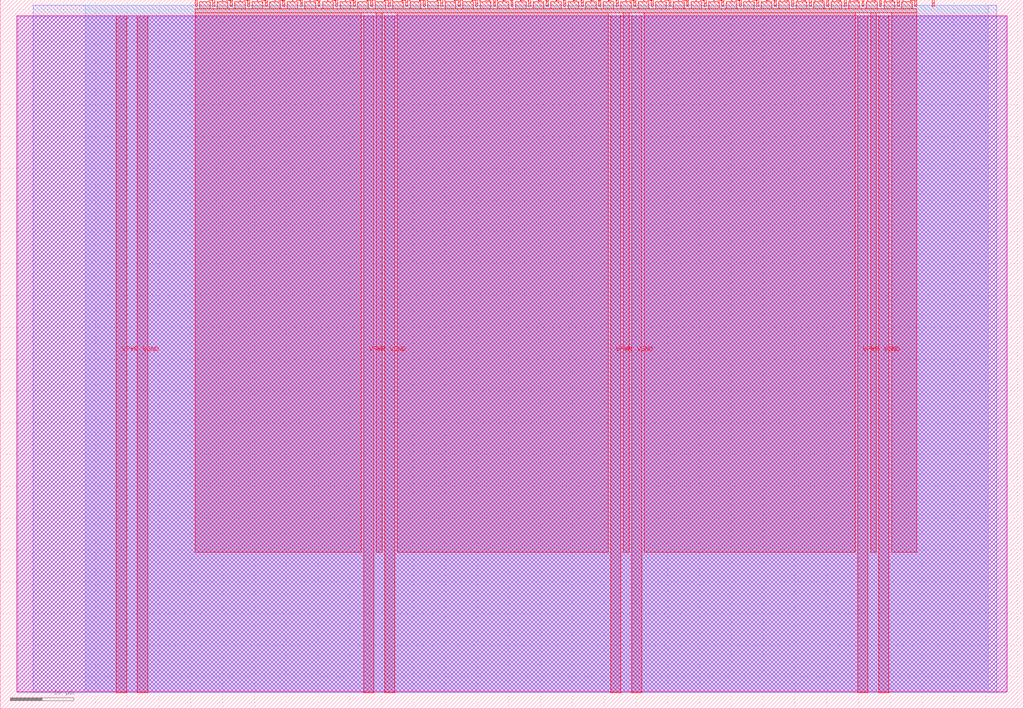
<source format=lef>
VERSION 5.7 ;
  NOWIREEXTENSIONATPIN ON ;
  DIVIDERCHAR "/" ;
  BUSBITCHARS "[]" ;
MACRO tt_um_julke_gussinatorn2
  CLASS BLOCK ;
  FOREIGN tt_um_julke_gussinatorn2 ;
  ORIGIN 0.000 0.000 ;
  SIZE 161.000 BY 111.520 ;
  PIN VGND
    DIRECTION INOUT ;
    USE GROUND ;
    PORT
      LAYER met4 ;
        RECT 21.580 2.480 23.180 109.040 ;
    END
    PORT
      LAYER met4 ;
        RECT 60.450 2.480 62.050 109.040 ;
    END
    PORT
      LAYER met4 ;
        RECT 99.320 2.480 100.920 109.040 ;
    END
    PORT
      LAYER met4 ;
        RECT 138.190 2.480 139.790 109.040 ;
    END
  END VGND
  PIN VPWR
    DIRECTION INOUT ;
    USE POWER ;
    PORT
      LAYER met4 ;
        RECT 18.280 2.480 19.880 109.040 ;
    END
    PORT
      LAYER met4 ;
        RECT 57.150 2.480 58.750 109.040 ;
    END
    PORT
      LAYER met4 ;
        RECT 96.020 2.480 97.620 109.040 ;
    END
    PORT
      LAYER met4 ;
        RECT 134.890 2.480 136.490 109.040 ;
    END
  END VPWR
  PIN clk
    DIRECTION INPUT ;
    USE SIGNAL ;
    ANTENNAGATEAREA 0.852000 ;
    PORT
      LAYER met4 ;
        RECT 143.830 110.520 144.130 111.520 ;
    END
  END clk
  PIN ena
    DIRECTION INPUT ;
    USE SIGNAL ;
    PORT
      LAYER met4 ;
        RECT 146.590 110.520 146.890 111.520 ;
    END
  END ena
  PIN rst_n
    DIRECTION INPUT ;
    USE SIGNAL ;
    ANTENNAGATEAREA 0.213000 ;
    PORT
      LAYER met4 ;
        RECT 141.070 110.520 141.370 111.520 ;
    END
  END rst_n
  PIN ui_in[0]
    DIRECTION INPUT ;
    USE SIGNAL ;
    ANTENNAGATEAREA 0.196500 ;
    PORT
      LAYER met4 ;
        RECT 138.310 110.520 138.610 111.520 ;
    END
  END ui_in[0]
  PIN ui_in[1]
    DIRECTION INPUT ;
    USE SIGNAL ;
    ANTENNAGATEAREA 0.196500 ;
    PORT
      LAYER met4 ;
        RECT 135.550 110.520 135.850 111.520 ;
    END
  END ui_in[1]
  PIN ui_in[2]
    DIRECTION INPUT ;
    USE SIGNAL ;
    ANTENNAGATEAREA 0.196500 ;
    PORT
      LAYER met4 ;
        RECT 132.790 110.520 133.090 111.520 ;
    END
  END ui_in[2]
  PIN ui_in[3]
    DIRECTION INPUT ;
    USE SIGNAL ;
    ANTENNAGATEAREA 0.196500 ;
    PORT
      LAYER met4 ;
        RECT 130.030 110.520 130.330 111.520 ;
    END
  END ui_in[3]
  PIN ui_in[4]
    DIRECTION INPUT ;
    USE SIGNAL ;
    ANTENNAGATEAREA 0.196500 ;
    PORT
      LAYER met4 ;
        RECT 127.270 110.520 127.570 111.520 ;
    END
  END ui_in[4]
  PIN ui_in[5]
    DIRECTION INPUT ;
    USE SIGNAL ;
    ANTENNAGATEAREA 0.196500 ;
    PORT
      LAYER met4 ;
        RECT 124.510 110.520 124.810 111.520 ;
    END
  END ui_in[5]
  PIN ui_in[6]
    DIRECTION INPUT ;
    USE SIGNAL ;
    PORT
      LAYER met4 ;
        RECT 121.750 110.520 122.050 111.520 ;
    END
  END ui_in[6]
  PIN ui_in[7]
    DIRECTION INPUT ;
    USE SIGNAL ;
    PORT
      LAYER met4 ;
        RECT 118.990 110.520 119.290 111.520 ;
    END
  END ui_in[7]
  PIN uio_in[0]
    DIRECTION INPUT ;
    USE SIGNAL ;
    PORT
      LAYER met4 ;
        RECT 116.230 110.520 116.530 111.520 ;
    END
  END uio_in[0]
  PIN uio_in[1]
    DIRECTION INPUT ;
    USE SIGNAL ;
    PORT
      LAYER met4 ;
        RECT 113.470 110.520 113.770 111.520 ;
    END
  END uio_in[1]
  PIN uio_in[2]
    DIRECTION INPUT ;
    USE SIGNAL ;
    PORT
      LAYER met4 ;
        RECT 110.710 110.520 111.010 111.520 ;
    END
  END uio_in[2]
  PIN uio_in[3]
    DIRECTION INPUT ;
    USE SIGNAL ;
    PORT
      LAYER met4 ;
        RECT 107.950 110.520 108.250 111.520 ;
    END
  END uio_in[3]
  PIN uio_in[4]
    DIRECTION INPUT ;
    USE SIGNAL ;
    PORT
      LAYER met4 ;
        RECT 105.190 110.520 105.490 111.520 ;
    END
  END uio_in[4]
  PIN uio_in[5]
    DIRECTION INPUT ;
    USE SIGNAL ;
    PORT
      LAYER met4 ;
        RECT 102.430 110.520 102.730 111.520 ;
    END
  END uio_in[5]
  PIN uio_in[6]
    DIRECTION INPUT ;
    USE SIGNAL ;
    PORT
      LAYER met4 ;
        RECT 99.670 110.520 99.970 111.520 ;
    END
  END uio_in[6]
  PIN uio_in[7]
    DIRECTION INPUT ;
    USE SIGNAL ;
    PORT
      LAYER met4 ;
        RECT 96.910 110.520 97.210 111.520 ;
    END
  END uio_in[7]
  PIN uio_oe[0]
    DIRECTION OUTPUT ;
    USE SIGNAL ;
    PORT
      LAYER met4 ;
        RECT 49.990 110.520 50.290 111.520 ;
    END
  END uio_oe[0]
  PIN uio_oe[1]
    DIRECTION OUTPUT ;
    USE SIGNAL ;
    PORT
      LAYER met4 ;
        RECT 47.230 110.520 47.530 111.520 ;
    END
  END uio_oe[1]
  PIN uio_oe[2]
    DIRECTION OUTPUT ;
    USE SIGNAL ;
    PORT
      LAYER met4 ;
        RECT 44.470 110.520 44.770 111.520 ;
    END
  END uio_oe[2]
  PIN uio_oe[3]
    DIRECTION OUTPUT ;
    USE SIGNAL ;
    PORT
      LAYER met4 ;
        RECT 41.710 110.520 42.010 111.520 ;
    END
  END uio_oe[3]
  PIN uio_oe[4]
    DIRECTION OUTPUT ;
    USE SIGNAL ;
    PORT
      LAYER met4 ;
        RECT 38.950 110.520 39.250 111.520 ;
    END
  END uio_oe[4]
  PIN uio_oe[5]
    DIRECTION OUTPUT ;
    USE SIGNAL ;
    PORT
      LAYER met4 ;
        RECT 36.190 110.520 36.490 111.520 ;
    END
  END uio_oe[5]
  PIN uio_oe[6]
    DIRECTION OUTPUT ;
    USE SIGNAL ;
    PORT
      LAYER met4 ;
        RECT 33.430 110.520 33.730 111.520 ;
    END
  END uio_oe[6]
  PIN uio_oe[7]
    DIRECTION OUTPUT ;
    USE SIGNAL ;
    PORT
      LAYER met4 ;
        RECT 30.670 110.520 30.970 111.520 ;
    END
  END uio_oe[7]
  PIN uio_out[0]
    DIRECTION OUTPUT ;
    USE SIGNAL ;
    PORT
      LAYER met4 ;
        RECT 72.070 110.520 72.370 111.520 ;
    END
  END uio_out[0]
  PIN uio_out[1]
    DIRECTION OUTPUT ;
    USE SIGNAL ;
    PORT
      LAYER met4 ;
        RECT 69.310 110.520 69.610 111.520 ;
    END
  END uio_out[1]
  PIN uio_out[2]
    DIRECTION OUTPUT ;
    USE SIGNAL ;
    PORT
      LAYER met4 ;
        RECT 66.550 110.520 66.850 111.520 ;
    END
  END uio_out[2]
  PIN uio_out[3]
    DIRECTION OUTPUT ;
    USE SIGNAL ;
    PORT
      LAYER met4 ;
        RECT 63.790 110.520 64.090 111.520 ;
    END
  END uio_out[3]
  PIN uio_out[4]
    DIRECTION OUTPUT ;
    USE SIGNAL ;
    PORT
      LAYER met4 ;
        RECT 61.030 110.520 61.330 111.520 ;
    END
  END uio_out[4]
  PIN uio_out[5]
    DIRECTION OUTPUT ;
    USE SIGNAL ;
    PORT
      LAYER met4 ;
        RECT 58.270 110.520 58.570 111.520 ;
    END
  END uio_out[5]
  PIN uio_out[6]
    DIRECTION OUTPUT ;
    USE SIGNAL ;
    PORT
      LAYER met4 ;
        RECT 55.510 110.520 55.810 111.520 ;
    END
  END uio_out[6]
  PIN uio_out[7]
    DIRECTION OUTPUT ;
    USE SIGNAL ;
    PORT
      LAYER met4 ;
        RECT 52.750 110.520 53.050 111.520 ;
    END
  END uio_out[7]
  PIN uo_out[0]
    DIRECTION OUTPUT ;
    USE SIGNAL ;
    ANTENNAGATEAREA 0.126000 ;
    ANTENNADIFFAREA 0.891000 ;
    PORT
      LAYER met4 ;
        RECT 94.150 110.520 94.450 111.520 ;
    END
  END uo_out[0]
  PIN uo_out[1]
    DIRECTION OUTPUT ;
    USE SIGNAL ;
    PORT
      LAYER met4 ;
        RECT 91.390 110.520 91.690 111.520 ;
    END
  END uo_out[1]
  PIN uo_out[2]
    DIRECTION OUTPUT ;
    USE SIGNAL ;
    PORT
      LAYER met4 ;
        RECT 88.630 110.520 88.930 111.520 ;
    END
  END uo_out[2]
  PIN uo_out[3]
    DIRECTION OUTPUT ;
    USE SIGNAL ;
    PORT
      LAYER met4 ;
        RECT 85.870 110.520 86.170 111.520 ;
    END
  END uo_out[3]
  PIN uo_out[4]
    DIRECTION OUTPUT ;
    USE SIGNAL ;
    PORT
      LAYER met4 ;
        RECT 83.110 110.520 83.410 111.520 ;
    END
  END uo_out[4]
  PIN uo_out[5]
    DIRECTION OUTPUT ;
    USE SIGNAL ;
    PORT
      LAYER met4 ;
        RECT 80.350 110.520 80.650 111.520 ;
    END
  END uo_out[5]
  PIN uo_out[6]
    DIRECTION OUTPUT ;
    USE SIGNAL ;
    PORT
      LAYER met4 ;
        RECT 77.590 110.520 77.890 111.520 ;
    END
  END uo_out[6]
  PIN uo_out[7]
    DIRECTION OUTPUT ;
    USE SIGNAL ;
    PORT
      LAYER met4 ;
        RECT 74.830 110.520 75.130 111.520 ;
    END
  END uo_out[7]
  OBS
      LAYER nwell ;
        RECT 2.570 2.635 158.430 108.990 ;
      LAYER li1 ;
        RECT 2.760 2.635 158.240 108.885 ;
      LAYER met1 ;
        RECT 2.760 2.480 158.240 109.040 ;
      LAYER met2 ;
        RECT 5.160 2.535 156.760 110.685 ;
      LAYER met3 ;
        RECT 13.405 2.555 155.415 110.665 ;
      LAYER met4 ;
        RECT 31.370 110.120 33.030 111.170 ;
        RECT 34.130 110.120 35.790 111.170 ;
        RECT 36.890 110.120 38.550 111.170 ;
        RECT 39.650 110.120 41.310 111.170 ;
        RECT 42.410 110.120 44.070 111.170 ;
        RECT 45.170 110.120 46.830 111.170 ;
        RECT 47.930 110.120 49.590 111.170 ;
        RECT 50.690 110.120 52.350 111.170 ;
        RECT 53.450 110.120 55.110 111.170 ;
        RECT 56.210 110.120 57.870 111.170 ;
        RECT 58.970 110.120 60.630 111.170 ;
        RECT 61.730 110.120 63.390 111.170 ;
        RECT 64.490 110.120 66.150 111.170 ;
        RECT 67.250 110.120 68.910 111.170 ;
        RECT 70.010 110.120 71.670 111.170 ;
        RECT 72.770 110.120 74.430 111.170 ;
        RECT 75.530 110.120 77.190 111.170 ;
        RECT 78.290 110.120 79.950 111.170 ;
        RECT 81.050 110.120 82.710 111.170 ;
        RECT 83.810 110.120 85.470 111.170 ;
        RECT 86.570 110.120 88.230 111.170 ;
        RECT 89.330 110.120 90.990 111.170 ;
        RECT 92.090 110.120 93.750 111.170 ;
        RECT 94.850 110.120 96.510 111.170 ;
        RECT 97.610 110.120 99.270 111.170 ;
        RECT 100.370 110.120 102.030 111.170 ;
        RECT 103.130 110.120 104.790 111.170 ;
        RECT 105.890 110.120 107.550 111.170 ;
        RECT 108.650 110.120 110.310 111.170 ;
        RECT 111.410 110.120 113.070 111.170 ;
        RECT 114.170 110.120 115.830 111.170 ;
        RECT 116.930 110.120 118.590 111.170 ;
        RECT 119.690 110.120 121.350 111.170 ;
        RECT 122.450 110.120 124.110 111.170 ;
        RECT 125.210 110.120 126.870 111.170 ;
        RECT 127.970 110.120 129.630 111.170 ;
        RECT 130.730 110.120 132.390 111.170 ;
        RECT 133.490 110.120 135.150 111.170 ;
        RECT 136.250 110.120 137.910 111.170 ;
        RECT 139.010 110.120 140.670 111.170 ;
        RECT 141.770 110.120 143.430 111.170 ;
        RECT 30.655 109.440 144.145 110.120 ;
        RECT 30.655 24.655 56.750 109.440 ;
        RECT 59.150 24.655 60.050 109.440 ;
        RECT 62.450 24.655 95.620 109.440 ;
        RECT 98.020 24.655 98.920 109.440 ;
        RECT 101.320 24.655 134.490 109.440 ;
        RECT 136.890 24.655 137.790 109.440 ;
        RECT 140.190 24.655 144.145 109.440 ;
  END
END tt_um_julke_gussinatorn2
END LIBRARY


</source>
